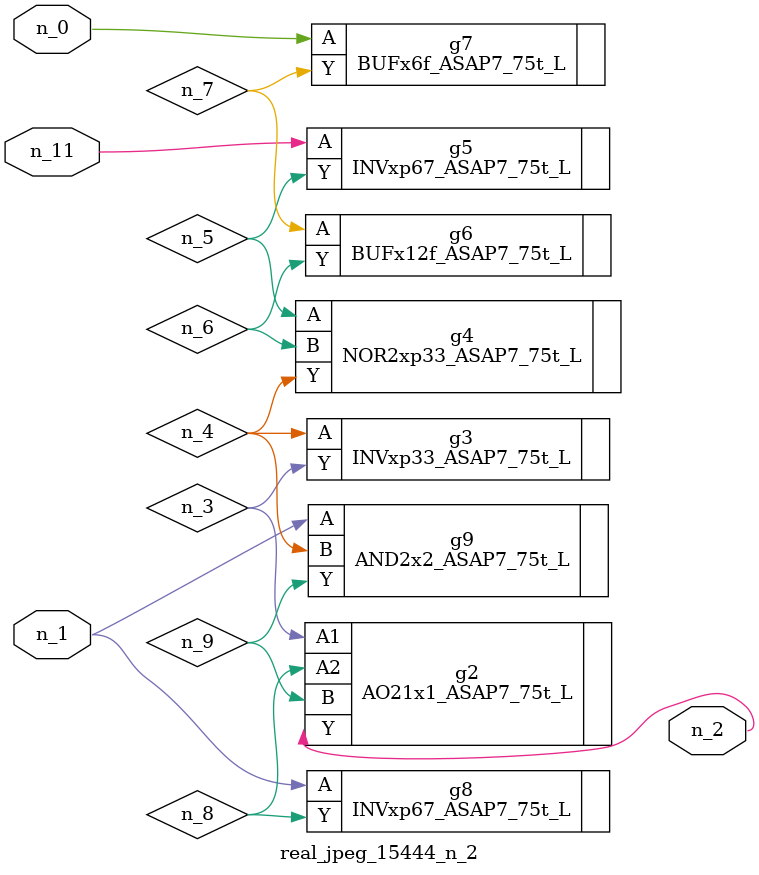
<source format=v>
module real_jpeg_15444_n_2 (n_1, n_11, n_0, n_2);

input n_1;
input n_11;
input n_0;

output n_2;

wire n_5;
wire n_8;
wire n_4;
wire n_6;
wire n_7;
wire n_3;
wire n_9;

BUFx6f_ASAP7_75t_L g7 ( 
.A(n_0),
.Y(n_7)
);

INVxp67_ASAP7_75t_L g8 ( 
.A(n_1),
.Y(n_8)
);

AND2x2_ASAP7_75t_L g9 ( 
.A(n_1),
.B(n_4),
.Y(n_9)
);

AO21x1_ASAP7_75t_L g2 ( 
.A1(n_3),
.A2(n_8),
.B(n_9),
.Y(n_2)
);

INVxp33_ASAP7_75t_L g3 ( 
.A(n_4),
.Y(n_3)
);

NOR2xp33_ASAP7_75t_L g4 ( 
.A(n_5),
.B(n_6),
.Y(n_4)
);

BUFx12f_ASAP7_75t_L g6 ( 
.A(n_7),
.Y(n_6)
);

INVxp67_ASAP7_75t_L g5 ( 
.A(n_11),
.Y(n_5)
);


endmodule
</source>
